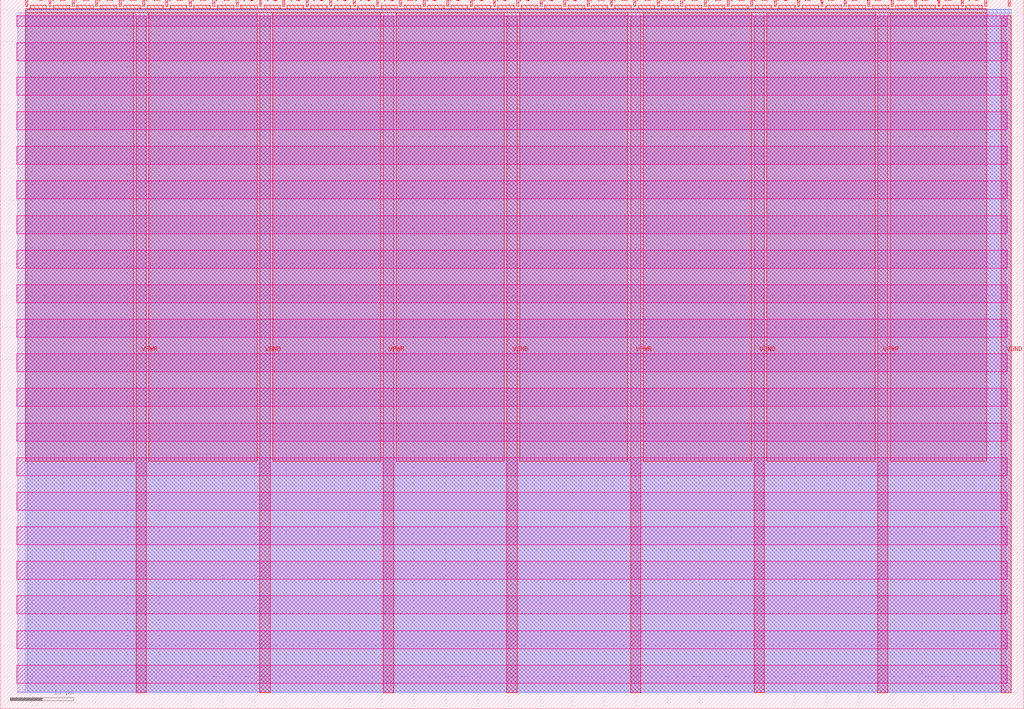
<source format=lef>
VERSION 5.7 ;
  NOWIREEXTENSIONATPIN ON ;
  DIVIDERCHAR "/" ;
  BUSBITCHARS "[]" ;
MACRO tt_um_hpretl_tt06_tdc
  CLASS BLOCK ;
  FOREIGN tt_um_hpretl_tt06_tdc ;
  ORIGIN 0.000 0.000 ;
  SIZE 161.000 BY 111.520 ;
  PIN VGND
    DIRECTION INOUT ;
    USE GROUND ;
    PORT
      LAYER met4 ;
        RECT 40.830 2.480 42.430 109.040 ;
    END
    PORT
      LAYER met4 ;
        RECT 79.700 2.480 81.300 109.040 ;
    END
    PORT
      LAYER met4 ;
        RECT 118.570 2.480 120.170 109.040 ;
    END
    PORT
      LAYER met4 ;
        RECT 157.440 2.480 159.040 109.040 ;
    END
  END VGND
  PIN VPWR
    DIRECTION INOUT ;
    USE POWER ;
    PORT
      LAYER met4 ;
        RECT 21.395 2.480 22.995 109.040 ;
    END
    PORT
      LAYER met4 ;
        RECT 60.265 2.480 61.865 109.040 ;
    END
    PORT
      LAYER met4 ;
        RECT 99.135 2.480 100.735 109.040 ;
    END
    PORT
      LAYER met4 ;
        RECT 138.005 2.480 139.605 109.040 ;
    END
  END VPWR
  PIN clk
    DIRECTION INPUT ;
    USE SIGNAL ;
    ANTENNAGATEAREA 0.852000 ;
    PORT
      LAYER met4 ;
        RECT 154.870 110.520 155.170 111.520 ;
    END
  END clk
  PIN ena
    DIRECTION INPUT ;
    USE SIGNAL ;
    PORT
      LAYER met4 ;
        RECT 158.550 110.520 158.850 111.520 ;
    END
  END ena
  PIN rst_n
    DIRECTION INPUT ;
    USE SIGNAL ;
    PORT
      LAYER met4 ;
        RECT 151.190 110.520 151.490 111.520 ;
    END
  END rst_n
  PIN ui_in[0]
    DIRECTION INPUT ;
    USE SIGNAL ;
    ANTENNAGATEAREA 0.495000 ;
    PORT
      LAYER met4 ;
        RECT 147.510 110.520 147.810 111.520 ;
    END
  END ui_in[0]
  PIN ui_in[1]
    DIRECTION INPUT ;
    USE SIGNAL ;
    PORT
      LAYER met4 ;
        RECT 143.830 110.520 144.130 111.520 ;
    END
  END ui_in[1]
  PIN ui_in[2]
    DIRECTION INPUT ;
    USE SIGNAL ;
    PORT
      LAYER met4 ;
        RECT 140.150 110.520 140.450 111.520 ;
    END
  END ui_in[2]
  PIN ui_in[3]
    DIRECTION INPUT ;
    USE SIGNAL ;
    ANTENNAGATEAREA 0.159000 ;
    PORT
      LAYER met4 ;
        RECT 136.470 110.520 136.770 111.520 ;
    END
  END ui_in[3]
  PIN ui_in[4]
    DIRECTION INPUT ;
    USE SIGNAL ;
    ANTENNAGATEAREA 0.159000 ;
    PORT
      LAYER met4 ;
        RECT 132.790 110.520 133.090 111.520 ;
    END
  END ui_in[4]
  PIN ui_in[5]
    DIRECTION INPUT ;
    USE SIGNAL ;
    ANTENNAGATEAREA 0.213000 ;
    PORT
      LAYER met4 ;
        RECT 129.110 110.520 129.410 111.520 ;
    END
  END ui_in[5]
  PIN ui_in[6]
    DIRECTION INPUT ;
    USE SIGNAL ;
    ANTENNAGATEAREA 0.159000 ;
    PORT
      LAYER met4 ;
        RECT 125.430 110.520 125.730 111.520 ;
    END
  END ui_in[6]
  PIN ui_in[7]
    DIRECTION INPUT ;
    USE SIGNAL ;
    ANTENNAGATEAREA 0.213000 ;
    PORT
      LAYER met4 ;
        RECT 121.750 110.520 122.050 111.520 ;
    END
  END ui_in[7]
  PIN uio_in[0]
    DIRECTION INPUT ;
    USE SIGNAL ;
    PORT
      LAYER met4 ;
        RECT 118.070 110.520 118.370 111.520 ;
    END
  END uio_in[0]
  PIN uio_in[1]
    DIRECTION INPUT ;
    USE SIGNAL ;
    PORT
      LAYER met4 ;
        RECT 114.390 110.520 114.690 111.520 ;
    END
  END uio_in[1]
  PIN uio_in[2]
    DIRECTION INPUT ;
    USE SIGNAL ;
    PORT
      LAYER met4 ;
        RECT 110.710 110.520 111.010 111.520 ;
    END
  END uio_in[2]
  PIN uio_in[3]
    DIRECTION INPUT ;
    USE SIGNAL ;
    PORT
      LAYER met4 ;
        RECT 107.030 110.520 107.330 111.520 ;
    END
  END uio_in[3]
  PIN uio_in[4]
    DIRECTION INPUT ;
    USE SIGNAL ;
    PORT
      LAYER met4 ;
        RECT 103.350 110.520 103.650 111.520 ;
    END
  END uio_in[4]
  PIN uio_in[5]
    DIRECTION INPUT ;
    USE SIGNAL ;
    PORT
      LAYER met4 ;
        RECT 99.670 110.520 99.970 111.520 ;
    END
  END uio_in[5]
  PIN uio_in[6]
    DIRECTION INPUT ;
    USE SIGNAL ;
    PORT
      LAYER met4 ;
        RECT 95.990 110.520 96.290 111.520 ;
    END
  END uio_in[6]
  PIN uio_in[7]
    DIRECTION INPUT ;
    USE SIGNAL ;
    PORT
      LAYER met4 ;
        RECT 92.310 110.520 92.610 111.520 ;
    END
  END uio_in[7]
  PIN uio_oe[0]
    DIRECTION OUTPUT TRISTATE ;
    USE SIGNAL ;
    PORT
      LAYER met4 ;
        RECT 29.750 110.520 30.050 111.520 ;
    END
  END uio_oe[0]
  PIN uio_oe[1]
    DIRECTION OUTPUT TRISTATE ;
    USE SIGNAL ;
    PORT
      LAYER met4 ;
        RECT 26.070 110.520 26.370 111.520 ;
    END
  END uio_oe[1]
  PIN uio_oe[2]
    DIRECTION OUTPUT TRISTATE ;
    USE SIGNAL ;
    PORT
      LAYER met4 ;
        RECT 22.390 110.520 22.690 111.520 ;
    END
  END uio_oe[2]
  PIN uio_oe[3]
    DIRECTION OUTPUT TRISTATE ;
    USE SIGNAL ;
    PORT
      LAYER met4 ;
        RECT 18.710 110.520 19.010 111.520 ;
    END
  END uio_oe[3]
  PIN uio_oe[4]
    DIRECTION OUTPUT TRISTATE ;
    USE SIGNAL ;
    PORT
      LAYER met4 ;
        RECT 15.030 110.520 15.330 111.520 ;
    END
  END uio_oe[4]
  PIN uio_oe[5]
    DIRECTION OUTPUT TRISTATE ;
    USE SIGNAL ;
    PORT
      LAYER met4 ;
        RECT 11.350 110.520 11.650 111.520 ;
    END
  END uio_oe[5]
  PIN uio_oe[6]
    DIRECTION OUTPUT TRISTATE ;
    USE SIGNAL ;
    PORT
      LAYER met4 ;
        RECT 7.670 110.520 7.970 111.520 ;
    END
  END uio_oe[6]
  PIN uio_oe[7]
    DIRECTION OUTPUT TRISTATE ;
    USE SIGNAL ;
    PORT
      LAYER met4 ;
        RECT 3.990 110.520 4.290 111.520 ;
    END
  END uio_oe[7]
  PIN uio_out[0]
    DIRECTION OUTPUT TRISTATE ;
    USE SIGNAL ;
    PORT
      LAYER met4 ;
        RECT 59.190 110.520 59.490 111.520 ;
    END
  END uio_out[0]
  PIN uio_out[1]
    DIRECTION OUTPUT TRISTATE ;
    USE SIGNAL ;
    PORT
      LAYER met4 ;
        RECT 55.510 110.520 55.810 111.520 ;
    END
  END uio_out[1]
  PIN uio_out[2]
    DIRECTION OUTPUT TRISTATE ;
    USE SIGNAL ;
    PORT
      LAYER met4 ;
        RECT 51.830 110.520 52.130 111.520 ;
    END
  END uio_out[2]
  PIN uio_out[3]
    DIRECTION OUTPUT TRISTATE ;
    USE SIGNAL ;
    PORT
      LAYER met4 ;
        RECT 48.150 110.520 48.450 111.520 ;
    END
  END uio_out[3]
  PIN uio_out[4]
    DIRECTION OUTPUT TRISTATE ;
    USE SIGNAL ;
    PORT
      LAYER met4 ;
        RECT 44.470 110.520 44.770 111.520 ;
    END
  END uio_out[4]
  PIN uio_out[5]
    DIRECTION OUTPUT TRISTATE ;
    USE SIGNAL ;
    PORT
      LAYER met4 ;
        RECT 40.790 110.520 41.090 111.520 ;
    END
  END uio_out[5]
  PIN uio_out[6]
    DIRECTION OUTPUT TRISTATE ;
    USE SIGNAL ;
    PORT
      LAYER met4 ;
        RECT 37.110 110.520 37.410 111.520 ;
    END
  END uio_out[6]
  PIN uio_out[7]
    DIRECTION OUTPUT TRISTATE ;
    USE SIGNAL ;
    PORT
      LAYER met4 ;
        RECT 33.430 110.520 33.730 111.520 ;
    END
  END uio_out[7]
  PIN uo_out[0]
    DIRECTION OUTPUT TRISTATE ;
    USE SIGNAL ;
    ANTENNADIFFAREA 0.891000 ;
    PORT
      LAYER met4 ;
        RECT 88.630 110.520 88.930 111.520 ;
    END
  END uo_out[0]
  PIN uo_out[1]
    DIRECTION OUTPUT TRISTATE ;
    USE SIGNAL ;
    ANTENNADIFFAREA 0.891000 ;
    PORT
      LAYER met4 ;
        RECT 84.950 110.520 85.250 111.520 ;
    END
  END uo_out[1]
  PIN uo_out[2]
    DIRECTION OUTPUT TRISTATE ;
    USE SIGNAL ;
    ANTENNADIFFAREA 0.891000 ;
    PORT
      LAYER met4 ;
        RECT 81.270 110.520 81.570 111.520 ;
    END
  END uo_out[2]
  PIN uo_out[3]
    DIRECTION OUTPUT TRISTATE ;
    USE SIGNAL ;
    ANTENNADIFFAREA 0.891000 ;
    PORT
      LAYER met4 ;
        RECT 77.590 110.520 77.890 111.520 ;
    END
  END uo_out[3]
  PIN uo_out[4]
    DIRECTION OUTPUT TRISTATE ;
    USE SIGNAL ;
    ANTENNADIFFAREA 0.891000 ;
    PORT
      LAYER met4 ;
        RECT 73.910 110.520 74.210 111.520 ;
    END
  END uo_out[4]
  PIN uo_out[5]
    DIRECTION OUTPUT TRISTATE ;
    USE SIGNAL ;
    ANTENNADIFFAREA 0.891000 ;
    PORT
      LAYER met4 ;
        RECT 70.230 110.520 70.530 111.520 ;
    END
  END uo_out[5]
  PIN uo_out[6]
    DIRECTION OUTPUT TRISTATE ;
    USE SIGNAL ;
    ANTENNADIFFAREA 0.891000 ;
    PORT
      LAYER met4 ;
        RECT 66.550 110.520 66.850 111.520 ;
    END
  END uo_out[6]
  PIN uo_out[7]
    DIRECTION OUTPUT TRISTATE ;
    USE SIGNAL ;
    ANTENNADIFFAREA 0.891000 ;
    PORT
      LAYER met4 ;
        RECT 62.870 110.520 63.170 111.520 ;
    END
  END uo_out[7]
  OBS
      LAYER nwell ;
        RECT 2.570 107.385 158.430 108.990 ;
        RECT 2.570 101.945 158.430 104.775 ;
        RECT 2.570 96.505 158.430 99.335 ;
        RECT 2.570 91.065 158.430 93.895 ;
        RECT 2.570 85.625 158.430 88.455 ;
        RECT 2.570 80.185 158.430 83.015 ;
        RECT 2.570 74.745 158.430 77.575 ;
        RECT 2.570 69.305 158.430 72.135 ;
        RECT 2.570 63.865 158.430 66.695 ;
        RECT 2.570 58.425 158.430 61.255 ;
        RECT 2.570 52.985 158.430 55.815 ;
        RECT 2.570 47.545 158.430 50.375 ;
        RECT 2.570 42.105 158.430 44.935 ;
        RECT 2.570 36.665 158.430 39.495 ;
        RECT 2.570 31.225 158.430 34.055 ;
        RECT 2.570 25.785 158.430 28.615 ;
        RECT 2.570 20.345 158.430 23.175 ;
        RECT 2.570 14.905 158.430 17.735 ;
        RECT 2.570 9.465 158.430 12.295 ;
        RECT 2.570 4.025 158.430 6.855 ;
      LAYER li1 ;
        RECT 2.760 2.635 158.240 108.885 ;
      LAYER met1 ;
        RECT 2.760 2.480 159.040 109.440 ;
      LAYER met2 ;
        RECT 4.230 2.535 159.010 110.005 ;
      LAYER met3 ;
        RECT 3.950 2.555 159.030 109.985 ;
      LAYER met4 ;
        RECT 4.690 110.120 7.270 110.650 ;
        RECT 8.370 110.120 10.950 110.650 ;
        RECT 12.050 110.120 14.630 110.650 ;
        RECT 15.730 110.120 18.310 110.650 ;
        RECT 19.410 110.120 21.990 110.650 ;
        RECT 23.090 110.120 25.670 110.650 ;
        RECT 26.770 110.120 29.350 110.650 ;
        RECT 30.450 110.120 33.030 110.650 ;
        RECT 34.130 110.120 36.710 110.650 ;
        RECT 37.810 110.120 40.390 110.650 ;
        RECT 41.490 110.120 44.070 110.650 ;
        RECT 45.170 110.120 47.750 110.650 ;
        RECT 48.850 110.120 51.430 110.650 ;
        RECT 52.530 110.120 55.110 110.650 ;
        RECT 56.210 110.120 58.790 110.650 ;
        RECT 59.890 110.120 62.470 110.650 ;
        RECT 63.570 110.120 66.150 110.650 ;
        RECT 67.250 110.120 69.830 110.650 ;
        RECT 70.930 110.120 73.510 110.650 ;
        RECT 74.610 110.120 77.190 110.650 ;
        RECT 78.290 110.120 80.870 110.650 ;
        RECT 81.970 110.120 84.550 110.650 ;
        RECT 85.650 110.120 88.230 110.650 ;
        RECT 89.330 110.120 91.910 110.650 ;
        RECT 93.010 110.120 95.590 110.650 ;
        RECT 96.690 110.120 99.270 110.650 ;
        RECT 100.370 110.120 102.950 110.650 ;
        RECT 104.050 110.120 106.630 110.650 ;
        RECT 107.730 110.120 110.310 110.650 ;
        RECT 111.410 110.120 113.990 110.650 ;
        RECT 115.090 110.120 117.670 110.650 ;
        RECT 118.770 110.120 121.350 110.650 ;
        RECT 122.450 110.120 125.030 110.650 ;
        RECT 126.130 110.120 128.710 110.650 ;
        RECT 129.810 110.120 132.390 110.650 ;
        RECT 133.490 110.120 136.070 110.650 ;
        RECT 137.170 110.120 139.750 110.650 ;
        RECT 140.850 110.120 143.430 110.650 ;
        RECT 144.530 110.120 147.110 110.650 ;
        RECT 148.210 110.120 150.790 110.650 ;
        RECT 151.890 110.120 154.470 110.650 ;
        RECT 3.975 109.440 155.185 110.120 ;
        RECT 3.975 38.935 20.995 109.440 ;
        RECT 23.395 38.935 40.430 109.440 ;
        RECT 42.830 38.935 59.865 109.440 ;
        RECT 62.265 38.935 79.300 109.440 ;
        RECT 81.700 38.935 98.735 109.440 ;
        RECT 101.135 38.935 118.170 109.440 ;
        RECT 120.570 38.935 137.605 109.440 ;
        RECT 140.005 38.935 155.185 109.440 ;
  END
END tt_um_hpretl_tt06_tdc
END LIBRARY


</source>
